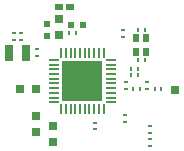
<source format=gtp>
G04*
G04 #@! TF.GenerationSoftware,Altium Limited,Altium Designer,19.0.15 (446)*
G04*
G04 Layer_Color=8421504*
%FSLAX24Y24*%
%MOIN*%
G70*
G01*
G75*
%ADD16R,0.0106X0.0118*%
%ADD17R,0.0118X0.0106*%
%ADD18R,0.0217X0.0256*%
%ADD19R,0.0236X0.0197*%
%ADD20R,0.0256X0.0197*%
%ADD21R,0.0315X0.0295*%
%ADD22R,0.0295X0.0551*%
%ADD23R,0.0295X0.0315*%
%ADD24R,0.0315X0.0315*%
%ADD25R,0.0197X0.0236*%
%ADD26R,0.1378X0.1378*%
%ADD27O,0.0079X0.0335*%
%ADD28O,0.0335X0.0079*%
D16*
X1852Y185D02*
D03*
X1628D02*
D03*
X1852Y415D02*
D03*
X1628D02*
D03*
X1858Y715D02*
D03*
X2082D02*
D03*
X2082Y1715D02*
D03*
X1858D02*
D03*
X-447Y1600D02*
D03*
X-223D02*
D03*
X2408Y-276D02*
D03*
X2632D02*
D03*
X1699D02*
D03*
X1923D02*
D03*
D17*
X1339Y1697D02*
D03*
Y1472D02*
D03*
X423Y-1608D02*
D03*
Y-1384D02*
D03*
X1417Y-1372D02*
D03*
Y-1148D02*
D03*
X2244Y-1717D02*
D03*
Y-1492D02*
D03*
Y-2159D02*
D03*
Y-1935D02*
D03*
X-1516Y1067D02*
D03*
Y843D02*
D03*
X1457Y-270D02*
D03*
Y-45D02*
D03*
X-2283Y1608D02*
D03*
Y1384D02*
D03*
X-2047Y1608D02*
D03*
Y1384D02*
D03*
X2165Y-270D02*
D03*
Y-45D02*
D03*
D18*
X1803Y979D02*
D03*
X2137D02*
D03*
Y1431D02*
D03*
X1803Y1431D02*
D03*
D19*
X29Y1876D02*
D03*
X-364D02*
D03*
D20*
X-778Y2480D02*
D03*
X-404D02*
D03*
D21*
X-787Y2077D02*
D03*
Y1545D02*
D03*
X-1535Y-1152D02*
D03*
Y-1683D02*
D03*
X-984Y-1506D02*
D03*
Y-2037D02*
D03*
D22*
X-1880Y945D02*
D03*
X-2451D02*
D03*
D23*
X-1545Y-276D02*
D03*
X-2077D02*
D03*
D24*
X3091Y-315D02*
D03*
D25*
X-1181Y1890D02*
D03*
Y1496D02*
D03*
D26*
X0Y0D02*
D03*
D27*
X-709Y945D02*
D03*
X-551D02*
D03*
X-394D02*
D03*
X-236D02*
D03*
X-79D02*
D03*
X79D02*
D03*
X236D02*
D03*
X394D02*
D03*
X551D02*
D03*
X709D02*
D03*
Y-945D02*
D03*
X551D02*
D03*
X394D02*
D03*
X236D02*
D03*
X79D02*
D03*
X-79D02*
D03*
X-236D02*
D03*
X-394D02*
D03*
X-551D02*
D03*
X-709D02*
D03*
D28*
X945Y709D02*
D03*
Y551D02*
D03*
Y394D02*
D03*
Y236D02*
D03*
Y79D02*
D03*
Y-79D02*
D03*
Y-236D02*
D03*
Y-394D02*
D03*
Y-551D02*
D03*
Y-709D02*
D03*
X-945D02*
D03*
Y-551D02*
D03*
Y-394D02*
D03*
Y-236D02*
D03*
Y-79D02*
D03*
Y79D02*
D03*
Y236D02*
D03*
Y394D02*
D03*
Y551D02*
D03*
Y709D02*
D03*
M02*

</source>
